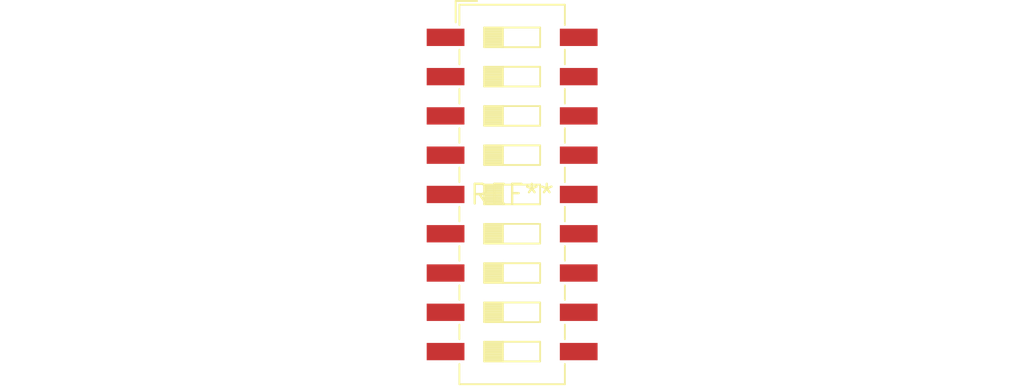
<source format=kicad_pcb>
(kicad_pcb (version 20240108) (generator pcbnew)
  (layers (0 "F.Cu" signal) (31 "B.Cu" signal) (34 "B.Paste" user) (35 "F.Paste" user) (36 "B.SilkS" user "B.Silkscreen") (37 "F.SilkS" user "F.Silkscreen") (38 "B.Mask" user) (39 "F.Mask" user) (44 "Edge.Cuts" user))
  (net 0 "")
  (footprint "SW_DIP_SPSTx09_Slide_6.7x24.42mm_W8.61mm_P2.54mm_LowProfile" (layer "F.Cu") (at 0 0)
    (property "Reference" "REF**")
    (property "Value" "SW_DIP_SPSTx09_Slide_6.7x24.42mm_W8.61mm_P2.54mm_LowProfile")
    (fp_line (start -3.65 -12.51) (end -3.65 -11.127) (layer "F.SilkS") (stroke (width 0.12)))
    (fp_line (start -3.65 -12.51) (end -2.267 -12.51) (layer "F.SilkS") (stroke (width 0.12)))
    (fp_line (start -3.41 -12.27) (end -3.41 -10.96) (layer "F.SilkS") (stroke (width 0.12)))
    (fp_line (start -3.41 -12.27) (end 3.41 -12.27) (layer "F.SilkS") (stroke (width 0.12)))
    (fp_line (start -3.41 -9.36) (end -3.41 -8.42) (layer "F.SilkS") (stroke (width 0.12)))
    (fp_line (start -3.41 -6.82) (end -3.41 -5.88) (layer "F.SilkS") (stroke (width 0.12)))
    (fp_line (start -3.41 -4.28) (end -3.41 -3.34) (layer "F.SilkS") (stroke (width 0.12)))
    (fp_line (start -3.41 -1.74) (end -3.41 -0.8) (layer "F.SilkS") (stroke (width 0.12)))
    (fp_line (start -3.41 0.8) (end -3.41 1.74) (layer "F.SilkS") (stroke (width 0.12)))
    (fp_line (start -3.41 3.34) (end -3.41 4.28) (layer "F.SilkS") (stroke (width 0.12)))
    (fp_line (start -3.41 5.88) (end -3.41 6.82) (layer "F.SilkS") (stroke (width 0.12)))
    (fp_line (start -3.41 8.42) (end -3.41 9.36) (layer "F.SilkS") (stroke (width 0.12)))
    (fp_line (start -3.41 10.96) (end -3.41 12.271) (layer "F.SilkS") (stroke (width 0.12)))
    (fp_line (start -3.41 12.271) (end 3.41 12.271) (layer "F.SilkS") (stroke (width 0.12)))
    (fp_line (start -1.81 -10.795) (end -1.81 -9.525) (layer "F.SilkS") (stroke (width 0.12)))
    (fp_line (start -1.81 -10.675) (end -0.603333 -10.675) (layer "F.SilkS") (stroke (width 0.12)))
    (fp_line (start -1.81 -10.555) (end -0.603333 -10.555) (layer "F.SilkS") (stroke (width 0.12)))
    (fp_line (start -1.81 -10.435) (end -0.603333 -10.435) (layer "F.SilkS") (stroke (width 0.12)))
    (fp_line (start -1.81 -10.315) (end -0.603333 -10.315) (layer "F.SilkS") (stroke (width 0.12)))
    (fp_line (start -1.81 -10.195) (end -0.603333 -10.195) (layer "F.SilkS") (stroke (width 0.12)))
    (fp_line (start -1.81 -10.075) (end -0.603333 -10.075) (layer "F.SilkS") (stroke (width 0.12)))
    (fp_line (start -1.81 -9.955) (end -0.603333 -9.955) (layer "F.SilkS") (stroke (width 0.12)))
    (fp_line (start -1.81 -9.835) (end -0.603333 -9.835) (layer "F.SilkS") (stroke (width 0.12)))
    (fp_line (start -1.81 -9.715) (end -0.603333 -9.715) (layer "F.SilkS") (stroke (width 0.12)))
    (fp_line (start -1.81 -9.595) (end -0.603333 -9.595) (layer "F.SilkS") (stroke (width 0.12)))
    (fp_line (start -1.81 -9.525) (end 1.81 -9.525) (layer "F.SilkS") (stroke (width 0.12)))
    (fp_line (start -1.81 -8.255) (end -1.81 -6.985) (layer "F.SilkS") (stroke (width 0.12)))
    (fp_line (start -1.81 -8.135) (end -0.603333 -8.135) (layer "F.SilkS") (stroke (width 0.12)))
    (fp_line (start -1.81 -8.015) (end -0.603333 -8.015) (layer "F.SilkS") (stroke (width 0.12)))
    (fp_line (start -1.81 -7.895) (end -0.603333 -7.895) (layer "F.SilkS") (stroke (width 0.12)))
    (fp_line (start -1.81 -7.775) (end -0.603333 -7.775) (layer "F.SilkS") (stroke (width 0.12)))
    (fp_line (start -1.81 -7.655) (end -0.603333 -7.655) (layer "F.SilkS") (stroke (width 0.12)))
    (fp_line (start -1.81 -7.535) (end -0.603333 -7.535) (layer "F.SilkS") (stroke (width 0.12)))
    (fp_line (start -1.81 -7.415) (end -0.603333 -7.415) (layer "F.SilkS") (stroke (width 0.12)))
    (fp_line (start -1.81 -7.295) (end -0.603333 -7.295) (layer "F.SilkS") (stroke (width 0.12)))
    (fp_line (start -1.81 -7.175) (end -0.603333 -7.175) (layer "F.SilkS") (stroke (width 0.12)))
    (fp_line (start -1.81 -7.055) (end -0.603333 -7.055) (layer "F.SilkS") (stroke (width 0.12)))
    (fp_line (start -1.81 -6.985) (end 1.81 -6.985) (layer "F.SilkS") (stroke (width 0.12)))
    (fp_line (start -1.81 -5.715) (end -1.81 -4.445) (layer "F.SilkS") (stroke (width 0.12)))
    (fp_line (start -1.81 -5.595) (end -0.603333 -5.595) (layer "F.SilkS") (stroke (width 0.12)))
    (fp_line (start -1.81 -5.475) (end -0.603333 -5.475) (layer "F.SilkS") (stroke (width 0.12)))
    (fp_line (start -1.81 -5.355) (end -0.603333 -5.355) (layer "F.SilkS") (stroke (width 0.12)))
    (fp_line (start -1.81 -5.235) (end -0.603333 -5.235) (layer "F.SilkS") (stroke (width 0.12)))
    (fp_line (start -1.81 -5.115) (end -0.603333 -5.115) (layer "F.SilkS") (stroke (width 0.12)))
    (fp_line (start -1.81 -4.995) (end -0.603333 -4.995) (layer "F.SilkS") (stroke (width 0.12)))
    (fp_line (start -1.81 -4.875) (end -0.603333 -4.875) (layer "F.SilkS") (stroke (width 0.12)))
    (fp_line (start -1.81 -4.755) (end -0.603333 -4.755) (layer "F.SilkS") (stroke (width 0.12)))
    (fp_line (start -1.81 -4.635) (end -0.603333 -4.635) (layer "F.SilkS") (stroke (width 0.12)))
    (fp_line (start -1.81 -4.515) (end -0.603333 -4.515) (layer "F.SilkS") (stroke (width 0.12)))
    (fp_line (start -1.81 -4.445) (end 1.81 -4.445) (layer "F.SilkS") (stroke (width 0.12)))
    (fp_line (start -1.81 -3.175) (end -1.81 -1.905) (layer "F.SilkS") (stroke (width 0.12)))
    (fp_line (start -1.81 -3.055) (end -0.603333 -3.055) (layer "F.SilkS") (stroke (width 0.12)))
    (fp_line (start -1.81 -2.935) (end -0.603333 -2.935) (layer "F.SilkS") (stroke (width 0.12)))
    (fp_line (start -1.81 -2.815) (end -0.603333 -2.815) (layer "F.SilkS") (stroke (width 0.12)))
    (fp_line (start -1.81 -2.695) (end -0.603333 -2.695) (layer "F.SilkS") (stroke (width 0.12)))
    (fp_line (start -1.81 -2.575) (end -0.603333 -2.575) (layer "F.SilkS") (stroke (width 0.12)))
    (fp_line (start -1.81 -2.455) (end -0.603333 -2.455) (layer "F.SilkS") (stroke (width 0.12)))
    (fp_line (start -1.81 -2.335) (end -0.603333 -2.335) (layer "F.SilkS") (stroke (width 0.12)))
    (fp_line (start -1.81 -2.215) (end -0.603333 -2.215) (layer "F.SilkS") (stroke (width 0.12)))
    (fp_line (start -1.81 -2.095) (end -0.603333 -2.095) (layer "F.SilkS") (stroke (width 0.12)))
    (fp_line (start -1.81 -1.975) (end -0.603333 -1.975) (layer "F.SilkS") (stroke (width 0.12)))
    (fp_line (start -1.81 -1.905) (end 1.81 -1.905) (layer "F.SilkS") (stroke (width 0.12)))
    (fp_line (start -1.81 -0.635) (end -1.81 0.635) (layer "F.SilkS") (stroke (width 0.12)))
    (fp_line (start -1.81 -0.515) (end -0.603333 -0.515) (layer "F.SilkS") (stroke (width 0.12)))
    (fp_line (start -1.81 -0.395) (end -0.603333 -0.395) (layer "F.SilkS") (stroke (width 0.12)))
    (fp_line (start -1.81 -0.275) (end -0.603333 -0.275) (layer "F.SilkS") (stroke (width 0.12)))
    (fp_line (start -1.81 -0.155) (end -0.603333 -0.155) (layer "F.SilkS") (stroke (width 0.12)))
    (fp_line (start -1.81 -0.035) (end -0.603333 -0.035) (layer "F.SilkS") (stroke (width 0.12)))
    (fp_line (start -1.81 0.085) (end -0.603333 0.085) (layer "F.SilkS") (stroke (width 0.12)))
    (fp_line (start -1.81 0.205) (end -0.603333 0.205) (layer "F.SilkS") (stroke (width 0.12)))
    (fp_line (start -1.81 0.325) (end -0.603333 0.325) (layer "F.SilkS") (stroke (width 0.12)))
    (fp_line (start -1.81 0.445) (end -0.603333 0.445) (layer "F.SilkS") (stroke (width 0.12)))
    (fp_line (start -1.81 0.565) (end -0.603333 0.565) (layer "F.SilkS") (stroke (width 0.12)))
    (fp_line (start -1.81 0.635) (end 1.81 0.635) (layer "F.SilkS") (stroke (width 0.12)))
    (fp_line (start -1.81 1.905) (end -1.81 3.175) (layer "F.SilkS") (stroke (width 0.12)))
    (fp_line (start -1.81 2.025) (end -0.603333 2.025) (layer "F.SilkS") (stroke (width 0.12)))
    (fp_line (start -1.81 2.145) (end -0.603333 2.145) (layer "F.SilkS") (stroke (width 0.12)))
    (fp_line (start -1.81 2.265) (end -0.603333 2.265) (layer "F.SilkS") (stroke (width 0.12)))
    (fp_line (start -1.81 2.385) (end -0.603333 2.385) (layer "F.SilkS") (stroke (width 0.12)))
    (fp_line (start -1.81 2.505) (end -0.603333 2.505) (layer "F.SilkS") (stroke (width 0.12)))
    (fp_line (start -1.81 2.625) (end -0.603333 2.625) (layer "F.SilkS") (stroke (width 0.12)))
    (fp_line (start -1.81 2.745) (end -0.603333 2.745) (layer "F.SilkS") (stroke (width 0.12)))
    (fp_line (start -1.81 2.865) (end -0.603333 2.865) (layer "F.SilkS") (stroke (width 0.12)))
    (fp_line (start -1.81 2.985) (end -0.603333 2.985) (layer "F.SilkS") (stroke (width 0.12)))
    (fp_line (start -1.81 3.105) (end -0.603333 3.105) (layer "F.SilkS") (stroke (width 0.12)))
    (fp_line (start -1.81 3.175) (end 1.81 3.175) (layer "F.SilkS") (stroke (width 0.12)))
    (fp_line (start -1.81 4.445) (end -1.81 5.715) (layer "F.SilkS") (stroke (width 0.12)))
    (fp_line (start -1.81 4.565) (end -0.603333 4.565) (layer "F.SilkS") (stroke (width 0.12)))
    (fp_line (start -1.81 4.685) (end -0.603333 4.685) (layer "F.SilkS") (stroke (width 0.12)))
    (fp_line (start -1.81 4.805) (end -0.603333 4.805) (layer "F.SilkS") (stroke (width 0.12)))
    (fp_line (start -1.81 4.925) (end -0.603333 4.925) (layer "F.SilkS") (stroke (width 0.12)))
    (fp_line (start -1.81 5.045) (end -0.603333 5.045) (layer "F.SilkS") (stroke (width 0.12)))
    (fp_line (start -1.81 5.165) (end -0.603333 5.165) (layer "F.SilkS") (stroke (width 0.12)))
    (fp_line (start -1.81 5.285) (end -0.603333 5.285) (layer "F.SilkS") (stroke (width 0.12)))
    (fp_line (start -1.81 5.405) (end -0.603333 5.405) (layer "F.SilkS") (stroke (width 0.12)))
    (fp_line (start -1.81 5.525) (end -0.603333 5.525) (layer "F.SilkS") (stroke (width 0.12)))
    (fp_line (start -1.81 5.645) (end -0.603333 5.645) (layer "F.SilkS") (stroke (width 0.12)))
    (fp_line (start -1.81 5.715) (end 1.81 5.715) (layer "F.SilkS") (stroke (width 0.12)))
    (fp_line (start -1.81 6.985) (end -1.81 8.255) (layer "F.SilkS") (stroke (width 0.12)))
    (fp_line (start -1.81 7.105) (end -0.603333 7.105) (layer "F.SilkS") (stroke (width 0.12)))
    (fp_line (start -1.81 7.225) (end -0.603333 7.225) (layer "F.SilkS") (stroke (width 0.12)))
    (fp_line (start -1.81 7.345) (end -0.603333 7.345) (layer "F.SilkS") (stroke (width 0.12)))
    (fp_line (start -1.81 7.465) (end -0.603333 7.465) (layer "F.SilkS") (stroke (width 0.12)))
    (fp_line (start -1.81 7.585) (end -0.603333 7.585) (layer "F.SilkS") (stroke (width 0.12)))
    (fp_line (start -1.81 7.705) (end -0.603333 7.705) (layer "F.SilkS") (stroke (width 0.12)))
    (fp_line (start -1.81 7.825) (end -0.603333 7.825) (layer "F.SilkS") (stroke (width 0.12)))
    (fp_line (start -1.81 7.945) (end -0.603333 7.945) (layer "F.SilkS") (stroke (width 0.12)))
    (fp_line (start -1.81 8.065) (end -0.603333 8.065) (layer "F.SilkS") (stroke (width 0.12)))
    (fp_line (start -1.81 8.185) (end -0.603333 8.185) (layer "F.SilkS") (stroke (width 0.12)))
    (fp_line (start -1.81 8.255) (end 1.81 8.255) (layer "F.SilkS") (stroke (width 0.12)))
    (fp_line (start -1.81 9.525) (end -1.81 10.795) (layer "F.SilkS") (stroke (width 0.12)))
    (fp_line (start -1.81 9.645) (end -0.603333 9.645) (layer "F.SilkS") (stroke (width 0.12)))
    (fp_line (start -1.81 9.765) (end -0.603333 9.765) (layer "F.SilkS") (stroke (width 0.12)))
    (fp_line (start -1.81 9.885) (end -0.603333 9.885) (layer "F.SilkS") (stroke (width 0.12)))
    (fp_line (start -1.81 10.005) (end -0.603333 10.005) (layer "F.SilkS") (stroke (width 0.12)))
    (fp_line (start -1.81 10.125) (end -0.603333 10.125) (layer "F.SilkS") (stroke (width 0.12)))
    (fp_line (start -1.81 10.245) (end -0.603333 10.245) (layer "F.SilkS") (stroke (width 0.12)))
    (fp_line (start -1.81 10.365) (end -0.603333 10.365) (layer "F.SilkS") (stroke (width 0.12)))
    (fp_line (start -1.81 10.485) (end -0.603333 10.485) (layer "F.SilkS") (stroke (width 0.12)))
    (fp_line (start -1.81 10.605) (end -0.603333 10.605) (layer "F.SilkS") (stroke (width 0.12)))
    (fp_line (start -1.81 10.725) (end -0.603333 10.725) (layer "F.SilkS") (stroke (width 0.12)))
    (fp_line (start -1.81 10.795) (end 1.81 10.795) (layer "F.SilkS") (stroke (width 0.12)))
    (fp_line (start -0.603333 -10.795) (end -0.603333 -9.525) (layer "F.SilkS") (stroke (width 0.12)))
    (fp_line (start -0.603333 -8.255) (end -0.603333 -6.985) (layer "F.SilkS") (stroke (width 0.12)))
    (fp_line (start -0.603333 -5.715) (end -0.603333 -4.445) (layer "F.SilkS") (stroke (width 0.12)))
    (fp_line (start -0.603333 -3.175) (end -0.603333 -1.905) (layer "F.SilkS") (stroke (width 0.12)))
    (fp_line (start -0.603333 -0.635) (end -0.603333 0.635) (layer "F.SilkS") (stroke (width 0.12)))
    (fp_line (start -0.603333 1.905) (end -0.603333 3.175) (layer "F.SilkS") (stroke (width 0.12)))
    (fp_line (start -0.603333 4.445) (end -0.603333 5.715) (layer "F.SilkS") (stroke (width 0.12)))
    (fp_line (start -0.603333 6.985) (end -0.603333 8.255) (layer "F.SilkS") (stroke (width 0.12)))
    (fp_line (start -0.603333 9.525) (end -0.603333 10.795) (layer "F.SilkS") (stroke (width 0.12)))
    (fp_line (start 1.81 -10.795) (end -1.81 -10.795) (layer "F.SilkS") (stroke (width 0.12)))
    (fp_line (start 1.81 -9.525) (end 1.81 -10.795) (layer "F.SilkS") (stroke (width 0.12)))
    (fp_line (start 1.81 -8.255) (end -1.81 -8.255) (layer "F.SilkS") (stroke (width 0.12)))
    (fp_line (start 1.81 -6.985) (end 1.81 -8.255) (layer "F.SilkS") (stroke (width 0.12)))
    (fp_line (start 1.81 -5.715) (end -1.81 -5.715) (layer "F.SilkS") (stroke (width 0.12)))
    (fp_line (start 1.81 -4.445) (end 1.81 -5.715) (layer "F.SilkS") (stroke (width 0.12)))
    (fp_line (start 1.81 -3.175) (end -1.81 -3.175) (layer "F.SilkS") (stroke (width 0.12)))
    (fp_line (start 1.81 -1.905) (end 1.81 -3.175) (layer "F.SilkS") (stroke (width 0.12)))
    (fp_line (start 1.81 -0.635) (end -1.81 -0.635) (layer "F.SilkS") (stroke (width 0.12)))
    (fp_line (start 1.81 0.635) (end 1.81 -0.635) (layer "F.SilkS") (stroke (width 0.12)))
    (fp_line (start 1.81 1.905) (end -1.81 1.905) (layer "F.SilkS") (stroke (width 0.12)))
    (fp_line (start 1.81 3.175) (end 1.81 1.905) (layer "F.SilkS") (stroke (width 0.12)))
    (fp_line (start 1.81 4.445) (end -1.81 4.445) (layer "F.SilkS") (stroke (width 0.12)))
    (fp_line (start 1.81 5.715) (end 1.81 4.445) (layer "F.SilkS") (stroke (width 0.12)))
    (fp_line (start 1.81 6.985) (end -1.81 6.985) (layer "F.SilkS") (stroke (width 0.12)))
    (fp_line (start 1.81 8.255) (end 1.81 6.985) (layer "F.SilkS") (stroke (width 0.12)))
    (fp_line (start 1.81 9.525) (end -1.81 9.525) (layer "F.SilkS") (stroke (width 0.12)))
    (fp_line (start 1.81 10.795) (end 1.81 9.525) (layer "F.SilkS") (stroke (width 0.12)))
    (fp_line (start 3.41 -12.27) (end 3.41 -10.96) (layer "F.SilkS") (stroke (width 0.12)))
    (fp_line (start 3.41 -9.359) (end 3.41 -8.419) (layer "F.SilkS") (stroke (width 0.12)))
    (fp_line (start 3.41 -6.819) (end 3.41 -5.879) (layer "F.SilkS") (stroke (width 0.12)))
    (fp_line (start 3.41 -4.279) (end 3.41 -3.339) (layer "F.SilkS") (stroke (width 0.12)))
    (fp_line (start 3.41 -1.739) (end 3.41 -0.799) (layer "F.SilkS") (stroke (width 0.12)))
    (fp_line (start 3.41 0.801) (end 3.41 1.741) (layer "F.SilkS") (stroke (width 0.12)))
    (fp_line (start 3.41 3.341) (end 3.41 4.281) (layer "F.SilkS") (stroke (width 0.12)))
    (fp_line (start 3.41 5.881) (end 3.41 6.82) (layer "F.SilkS") (stroke (width 0.12)))
    (fp_line (start 3.41 8.42) (end 3.41 9.36) (layer "F.SilkS") (stroke (width 0.12)))
    (fp_line (start 3.41 10.96) (end 3.41 12.271) (layer "F.SilkS") (stroke (width 0.12)))
    (pad "1" smd rect (at -4.305 -10.16) (size 2.44 1.12) (layers "F.Cu" "F.Paste" "F.Mask"))
    (pad "2" smd rect (at -4.305 -7.62) (size 2.44 1.12) (layers "F.Cu" "F.Paste" "F.Mask"))
    (pad "3" smd rect (at -4.305 -5.08) (size 2.44 1.12) (layers "F.Cu" "F.Paste" "F.Mask"))
    (pad "4" smd rect (at -4.305 -2.54) (size 2.44 1.12) (layers "F.Cu" "F.Paste" "F.Mask"))
    (pad "5" smd rect (at -4.305 0) (size 2.44 1.12) (layers "F.Cu" "F.Paste" "F.Mask"))
    (pad "6" smd rect (at -4.305 2.54) (size 2.44 1.12) (layers "F.Cu" "F.Paste" "F.Mask"))
    (pad "7" smd rect (at -4.305 5.08) (size 2.44 1.12) (layers "F.Cu" "F.Paste" "F.Mask"))
    (pad "8" smd rect (at -4.305 7.62) (size 2.44 1.12) (layers "F.Cu" "F.Paste" "F.Mask"))
    (pad "9" smd rect (at -4.305 10.16) (size 2.44 1.12) (layers "F.Cu" "F.Paste" "F.Mask"))
    (pad "10" smd rect (at 4.305 10.16) (size 2.44 1.12) (layers "F.Cu" "F.Paste" "F.Mask"))
    (pad "11" smd rect (at 4.305 7.62) (size 2.44 1.12) (layers "F.Cu" "F.Paste" "F.Mask"))
    (pad "12" smd rect (at 4.305 5.08) (size 2.44 1.12) (layers "F.Cu" "F.Paste" "F.Mask"))
    (pad "13" smd rect (at 4.305 2.54) (size 2.44 1.12) (layers "F.Cu" "F.Paste" "F.Mask"))
    (pad "14" smd rect (at 4.305 0) (size 2.44 1.12) (layers "F.Cu" "F.Paste" "F.Mask"))
    (pad "15" smd rect (at 4.305 -2.54) (size 2.44 1.12) (layers "F.Cu" "F.Paste" "F.Mask"))
    (pad "16" smd rect (at 4.305 -5.08) (size 2.44 1.12) (layers "F.Cu" "F.Paste" "F.Mask"))
    (pad "17" smd rect (at 4.305 -7.62) (size 2.44 1.12) (layers "F.Cu" "F.Paste" "F.Mask"))
    (pad "18" smd rect (at 4.305 -10.16) (size 2.44 1.12) (layers "F.Cu" "F.Paste" "F.Mask"))
  )
)
</source>
